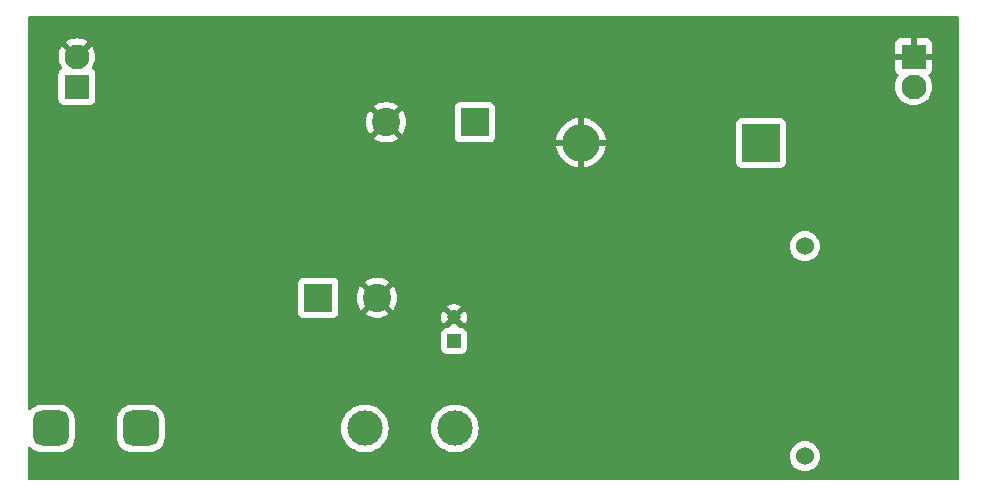
<source format=gbr>
%TF.GenerationSoftware,KiCad,Pcbnew,7.0.7*%
%TF.CreationDate,2023-09-13T14:30:02-04:00*%
%TF.ProjectId,Alim,416c696d-2e6b-4696-9361-645f70636258,rev?*%
%TF.SameCoordinates,Original*%
%TF.FileFunction,Copper,L2,Inr*%
%TF.FilePolarity,Positive*%
%FSLAX46Y46*%
G04 Gerber Fmt 4.6, Leading zero omitted, Abs format (unit mm)*
G04 Created by KiCad (PCBNEW 7.0.7) date 2023-09-13 14:30:02*
%MOMM*%
%LPD*%
G01*
G04 APERTURE LIST*
G04 Aperture macros list*
%AMRoundRect*
0 Rectangle with rounded corners*
0 $1 Rounding radius*
0 $2 $3 $4 $5 $6 $7 $8 $9 X,Y pos of 4 corners*
0 Add a 4 corners polygon primitive as box body*
4,1,4,$2,$3,$4,$5,$6,$7,$8,$9,$2,$3,0*
0 Add four circle primitives for the rounded corners*
1,1,$1+$1,$2,$3*
1,1,$1+$1,$4,$5*
1,1,$1+$1,$6,$7*
1,1,$1+$1,$8,$9*
0 Add four rect primitives between the rounded corners*
20,1,$1+$1,$2,$3,$4,$5,0*
20,1,$1+$1,$4,$5,$6,$7,0*
20,1,$1+$1,$6,$7,$8,$9,0*
20,1,$1+$1,$8,$9,$2,$3,0*%
G04 Aperture macros list end*
%TA.AperFunction,ComponentPad*%
%ADD10R,2.400000X2.400000*%
%TD*%
%TA.AperFunction,ComponentPad*%
%ADD11C,2.400000*%
%TD*%
%TA.AperFunction,ComponentPad*%
%ADD12R,1.200000X1.200000*%
%TD*%
%TA.AperFunction,ComponentPad*%
%ADD13C,1.200000*%
%TD*%
%TA.AperFunction,ComponentPad*%
%ADD14RoundRect,0.750000X-0.750000X-0.750000X0.750000X-0.750000X0.750000X0.750000X-0.750000X0.750000X0*%
%TD*%
%TA.AperFunction,ComponentPad*%
%ADD15C,3.000000*%
%TD*%
%TA.AperFunction,ComponentPad*%
%ADD16R,2.100000X2.100000*%
%TD*%
%TA.AperFunction,ComponentPad*%
%ADD17C,2.100000*%
%TD*%
%TA.AperFunction,ComponentPad*%
%ADD18R,3.200000X3.200000*%
%TD*%
%TA.AperFunction,ComponentPad*%
%ADD19O,3.200000X3.200000*%
%TD*%
%TA.AperFunction,ComponentPad*%
%ADD20C,1.524000*%
%TD*%
%TA.AperFunction,ViaPad*%
%ADD21C,0.800000*%
%TD*%
G04 APERTURE END LIST*
D10*
%TO.N,Net-(U1-VCC)*%
%TO.C,C1*%
X124230000Y-100680000D03*
D11*
%TO.N,GND*%
X129230000Y-100680000D03*
%TD*%
D12*
%TO.N,Net-(U1-timing_capacitor)*%
%TO.C,C2*%
X135740000Y-104350000D03*
D13*
%TO.N,GND*%
X135740000Y-102350000D03*
%TD*%
D14*
%TO.N,Net-(J1-Pin_1)*%
%TO.C,F1*%
X101605000Y-111740000D03*
X109225000Y-111740000D03*
D15*
%TO.N,Net-(U1-VCC)*%
X128195000Y-111740000D03*
X135815000Y-111740000D03*
%TD*%
D16*
%TO.N,GND*%
%TO.C,J2*%
X174650000Y-80270000D03*
D17*
%TO.N,Net-(J2-Pin_2)*%
X174650000Y-82810000D03*
%TD*%
D10*
%TO.N,Net-(J2-Pin_2)*%
%TO.C,C3*%
X137502755Y-85820000D03*
D11*
%TO.N,GND*%
X130002755Y-85820000D03*
%TD*%
D18*
%TO.N,Net-(D1-K)*%
%TO.C,D1*%
X161730000Y-87560000D03*
D19*
%TO.N,GND*%
X146490000Y-87560000D03*
%TD*%
D20*
%TO.N,Net-(D1-K)*%
%TO.C,L1*%
X165450000Y-114100000D03*
%TO.N,Net-(J2-Pin_2)*%
X165450000Y-96320000D03*
%TD*%
D16*
%TO.N,Net-(J1-Pin_1)*%
%TO.C,J1*%
X103810000Y-82810000D03*
D17*
%TO.N,GND*%
X103810000Y-80270000D03*
%TD*%
D21*
%TO.N,GND*%
X123511517Y-96800000D03*
X108511517Y-101800000D03*
X173511517Y-96800000D03*
X153511517Y-86800000D03*
X158511517Y-111800000D03*
X138511517Y-81800000D03*
X103511517Y-91800000D03*
X143511517Y-91800000D03*
X168511517Y-86800000D03*
X118511517Y-96800000D03*
X163511517Y-106800000D03*
X168511517Y-91800000D03*
X158511517Y-106800000D03*
X143511517Y-106800000D03*
X153511517Y-96800000D03*
X138511517Y-91800000D03*
X123511517Y-81800000D03*
X168511517Y-81800000D03*
X138511517Y-111800000D03*
X143511517Y-86800000D03*
X112390000Y-79840000D03*
X118511517Y-86800000D03*
X113511517Y-106800000D03*
X158511517Y-81800000D03*
X133511517Y-106800000D03*
X133511517Y-96800000D03*
X158511517Y-101800000D03*
X142030000Y-101460000D03*
X118511517Y-91800000D03*
X108511517Y-96800000D03*
X133511517Y-81800000D03*
X147770000Y-102740000D03*
X128511517Y-106800000D03*
X142030000Y-100190000D03*
X153511517Y-81800000D03*
X143511517Y-81800000D03*
X133511517Y-91800000D03*
X168511517Y-96800000D03*
X168511517Y-111800000D03*
X153511517Y-101800000D03*
X158511517Y-91800000D03*
X173511517Y-86800000D03*
X163511517Y-91800000D03*
X113511517Y-111800000D03*
X173511517Y-106800000D03*
X163511517Y-111800000D03*
X158511517Y-86800000D03*
X143511517Y-111800000D03*
X163511517Y-96800000D03*
X173511517Y-111800000D03*
X128511517Y-91800000D03*
X103511517Y-106800000D03*
X123511517Y-111800000D03*
X118511517Y-106800000D03*
X173511517Y-91800000D03*
X153511517Y-106800000D03*
X142030000Y-102730000D03*
X168511517Y-106800000D03*
X108511517Y-81800000D03*
X163511517Y-81800000D03*
X133511517Y-101800000D03*
X148511517Y-81800000D03*
X108511517Y-91800000D03*
X123511517Y-91800000D03*
X103511517Y-96800000D03*
X103511517Y-86800000D03*
X113511517Y-91800000D03*
X108511517Y-86800000D03*
X128511517Y-81800000D03*
X153511517Y-111800000D03*
X113511517Y-101800000D03*
X173511517Y-101800000D03*
X113511517Y-86800000D03*
X113511517Y-81800000D03*
X158511517Y-96800000D03*
X123511517Y-86800000D03*
X133511517Y-86800000D03*
X128511517Y-96800000D03*
X118511517Y-101800000D03*
X103511517Y-101800000D03*
X147770000Y-101460000D03*
X113511517Y-96800000D03*
X118511517Y-81800000D03*
X163511517Y-101800000D03*
X123511517Y-106800000D03*
X146030000Y-95560000D03*
X118511517Y-111800000D03*
X168511517Y-101800000D03*
X108511517Y-106800000D03*
%TD*%
%TA.AperFunction,Conductor*%
%TO.N,GND*%
G36*
X178432539Y-76870185D02*
G01*
X178478294Y-76922989D01*
X178489500Y-76974500D01*
X178489500Y-116025500D01*
X178469815Y-116092539D01*
X178417011Y-116138294D01*
X178365500Y-116149500D01*
X99814500Y-116149500D01*
X99747461Y-116129815D01*
X99701706Y-116077011D01*
X99690500Y-116025500D01*
X99690500Y-114100002D01*
X164174647Y-114100002D01*
X164194021Y-114321457D01*
X164194022Y-114321465D01*
X164251558Y-114536191D01*
X164251559Y-114536193D01*
X164251560Y-114536196D01*
X164298536Y-114636936D01*
X164345511Y-114737676D01*
X164345512Y-114737677D01*
X164473023Y-114919781D01*
X164630219Y-115076977D01*
X164812323Y-115204488D01*
X165013804Y-115298440D01*
X165228537Y-115355978D01*
X165386724Y-115369817D01*
X165449998Y-115375353D01*
X165450000Y-115375353D01*
X165450002Y-115375353D01*
X165505365Y-115370509D01*
X165671463Y-115355978D01*
X165886196Y-115298440D01*
X166087677Y-115204488D01*
X166269781Y-115076977D01*
X166426977Y-114919781D01*
X166554488Y-114737677D01*
X166648440Y-114536196D01*
X166705978Y-114321463D01*
X166725353Y-114100000D01*
X166705978Y-113878537D01*
X166648440Y-113663804D01*
X166554488Y-113462324D01*
X166554486Y-113462321D01*
X166554485Y-113462319D01*
X166426978Y-113280220D01*
X166358072Y-113211314D01*
X166269781Y-113123023D01*
X166087677Y-112995512D01*
X166087678Y-112995512D01*
X166087676Y-112995511D01*
X165986936Y-112948536D01*
X165886196Y-112901560D01*
X165886193Y-112901559D01*
X165886191Y-112901558D01*
X165671465Y-112844022D01*
X165671457Y-112844021D01*
X165450002Y-112824647D01*
X165449998Y-112824647D01*
X165228542Y-112844021D01*
X165228535Y-112844022D01*
X165013800Y-112901561D01*
X164812323Y-112995512D01*
X164812319Y-112995514D01*
X164630217Y-113123023D01*
X164473023Y-113280217D01*
X164345514Y-113462319D01*
X164345512Y-113462323D01*
X164251561Y-113663800D01*
X164194022Y-113878535D01*
X164194021Y-113878542D01*
X164174647Y-114099997D01*
X164174647Y-114100002D01*
X99690500Y-114100002D01*
X99690500Y-113404650D01*
X99710185Y-113337611D01*
X99762989Y-113291856D01*
X99832147Y-113281912D01*
X99895703Y-113310937D01*
X99902167Y-113316955D01*
X99989862Y-113404650D01*
X100045200Y-113459988D01*
X100231404Y-113588991D01*
X100231405Y-113588991D01*
X100231409Y-113588994D01*
X100336995Y-113636953D01*
X100437661Y-113682678D01*
X100437662Y-113682678D01*
X100437664Y-113682679D01*
X100657331Y-113738030D01*
X100772270Y-113747075D01*
X100790362Y-113748500D01*
X100790364Y-113748500D01*
X102419638Y-113748500D01*
X102436577Y-113747166D01*
X102552669Y-113738030D01*
X102772336Y-113682679D01*
X102978591Y-113588994D01*
X103164802Y-113459986D01*
X103324986Y-113299802D01*
X103453994Y-113113591D01*
X103547679Y-112907336D01*
X103603030Y-112687669D01*
X103613500Y-112554638D01*
X107216500Y-112554638D01*
X107226970Y-112687668D01*
X107282321Y-112907338D01*
X107376008Y-113113595D01*
X107505014Y-113299803D01*
X107665196Y-113459985D01*
X107851404Y-113588991D01*
X107851405Y-113588991D01*
X107851409Y-113588994D01*
X107956995Y-113636953D01*
X108057661Y-113682678D01*
X108057662Y-113682678D01*
X108057664Y-113682679D01*
X108277331Y-113738030D01*
X108392270Y-113747075D01*
X108410362Y-113748500D01*
X108410364Y-113748500D01*
X110039638Y-113748500D01*
X110056577Y-113747166D01*
X110172669Y-113738030D01*
X110392336Y-113682679D01*
X110598591Y-113588994D01*
X110784802Y-113459986D01*
X110944986Y-113299802D01*
X111073994Y-113113591D01*
X111167679Y-112907336D01*
X111223030Y-112687669D01*
X111233500Y-112554636D01*
X111233500Y-111739999D01*
X126181807Y-111739999D01*
X126200557Y-112014130D01*
X126200558Y-112014132D01*
X126256458Y-112283141D01*
X126256463Y-112283158D01*
X126348476Y-112542056D01*
X126474889Y-112786024D01*
X126474893Y-112786030D01*
X126633340Y-113010499D01*
X126633343Y-113010502D01*
X126820889Y-113211314D01*
X127034031Y-113384718D01*
X127034033Y-113384719D01*
X127034034Y-113384720D01*
X127268801Y-113527485D01*
X127410403Y-113588991D01*
X127520823Y-113636953D01*
X127785404Y-113711085D01*
X128024720Y-113743978D01*
X128057614Y-113748500D01*
X128057615Y-113748500D01*
X128332386Y-113748500D01*
X128361733Y-113744466D01*
X128604596Y-113711085D01*
X128869177Y-113636953D01*
X129121200Y-113527484D01*
X129355969Y-113384718D01*
X129569111Y-113211314D01*
X129756657Y-113010502D01*
X129915111Y-112786023D01*
X130041523Y-112542058D01*
X130133538Y-112283153D01*
X130133539Y-112283146D01*
X130133541Y-112283141D01*
X130159491Y-112158259D01*
X130189442Y-112014130D01*
X130208193Y-111740000D01*
X130208193Y-111739999D01*
X133801807Y-111739999D01*
X133820557Y-112014130D01*
X133820558Y-112014132D01*
X133876458Y-112283141D01*
X133876463Y-112283158D01*
X133968476Y-112542056D01*
X134094889Y-112786024D01*
X134094893Y-112786030D01*
X134253340Y-113010499D01*
X134253343Y-113010502D01*
X134440889Y-113211314D01*
X134654031Y-113384718D01*
X134654033Y-113384719D01*
X134654034Y-113384720D01*
X134888801Y-113527485D01*
X135030403Y-113588991D01*
X135140823Y-113636953D01*
X135405404Y-113711085D01*
X135644720Y-113743978D01*
X135677614Y-113748500D01*
X135677615Y-113748500D01*
X135952386Y-113748500D01*
X135981733Y-113744466D01*
X136224596Y-113711085D01*
X136489177Y-113636953D01*
X136741200Y-113527484D01*
X136975969Y-113384718D01*
X137189111Y-113211314D01*
X137376657Y-113010502D01*
X137535111Y-112786023D01*
X137661523Y-112542058D01*
X137753538Y-112283153D01*
X137753539Y-112283146D01*
X137753541Y-112283141D01*
X137779491Y-112158259D01*
X137809442Y-112014130D01*
X137828193Y-111740000D01*
X137809442Y-111465870D01*
X137790141Y-111372989D01*
X137753541Y-111196858D01*
X137753536Y-111196841D01*
X137661523Y-110937943D01*
X137661523Y-110937942D01*
X137535111Y-110693977D01*
X137535110Y-110693975D01*
X137535106Y-110693969D01*
X137376659Y-110469500D01*
X137280378Y-110366409D01*
X137189111Y-110268686D01*
X136975969Y-110095282D01*
X136975967Y-110095281D01*
X136975965Y-110095279D01*
X136741198Y-109952514D01*
X136489178Y-109843047D01*
X136224602Y-109768916D01*
X136224597Y-109768915D01*
X136224596Y-109768915D01*
X136028559Y-109741970D01*
X135952386Y-109731500D01*
X135952385Y-109731500D01*
X135677615Y-109731500D01*
X135677614Y-109731500D01*
X135405404Y-109768915D01*
X135405397Y-109768916D01*
X135140821Y-109843047D01*
X134888801Y-109952514D01*
X134654034Y-110095279D01*
X134440892Y-110268683D01*
X134253340Y-110469500D01*
X134094893Y-110693969D01*
X134094889Y-110693975D01*
X133968476Y-110937943D01*
X133876463Y-111196841D01*
X133876458Y-111196858D01*
X133820558Y-111465867D01*
X133820557Y-111465869D01*
X133801807Y-111739999D01*
X130208193Y-111739999D01*
X130189442Y-111465870D01*
X130170141Y-111372989D01*
X130133541Y-111196858D01*
X130133536Y-111196841D01*
X130041523Y-110937943D01*
X130041523Y-110937942D01*
X129915111Y-110693977D01*
X129915110Y-110693975D01*
X129915106Y-110693969D01*
X129756659Y-110469500D01*
X129660378Y-110366409D01*
X129569111Y-110268686D01*
X129355969Y-110095282D01*
X129355967Y-110095281D01*
X129355965Y-110095279D01*
X129121198Y-109952514D01*
X128869178Y-109843047D01*
X128604602Y-109768916D01*
X128604597Y-109768915D01*
X128604596Y-109768915D01*
X128408559Y-109741970D01*
X128332386Y-109731500D01*
X128332385Y-109731500D01*
X128057615Y-109731500D01*
X128057614Y-109731500D01*
X127785404Y-109768915D01*
X127785397Y-109768916D01*
X127520821Y-109843047D01*
X127268801Y-109952514D01*
X127034034Y-110095279D01*
X126820892Y-110268683D01*
X126633340Y-110469500D01*
X126474893Y-110693969D01*
X126474889Y-110693975D01*
X126348476Y-110937943D01*
X126256463Y-111196841D01*
X126256458Y-111196858D01*
X126200558Y-111465867D01*
X126200557Y-111465869D01*
X126181807Y-111739999D01*
X111233500Y-111739999D01*
X111233500Y-110925364D01*
X111223030Y-110792331D01*
X111167679Y-110572664D01*
X111073994Y-110366409D01*
X110944986Y-110180198D01*
X110944985Y-110180196D01*
X110784802Y-110020014D01*
X110784803Y-110020014D01*
X110598595Y-109891008D01*
X110392338Y-109797321D01*
X110245891Y-109760420D01*
X110172669Y-109741970D01*
X110128324Y-109738480D01*
X110039638Y-109731500D01*
X110039636Y-109731500D01*
X108410364Y-109731500D01*
X108410362Y-109731500D01*
X108277331Y-109741970D01*
X108057661Y-109797321D01*
X107851404Y-109891008D01*
X107665196Y-110020014D01*
X107505014Y-110180196D01*
X107376008Y-110366404D01*
X107282321Y-110572661D01*
X107226970Y-110792331D01*
X107216500Y-110925362D01*
X107216500Y-112554638D01*
X103613500Y-112554638D01*
X103613500Y-112554636D01*
X103613500Y-110925364D01*
X103603030Y-110792331D01*
X103547679Y-110572664D01*
X103453994Y-110366409D01*
X103324986Y-110180198D01*
X103324985Y-110180196D01*
X103164802Y-110020014D01*
X103164803Y-110020014D01*
X102978595Y-109891008D01*
X102772338Y-109797321D01*
X102625891Y-109760420D01*
X102552669Y-109741970D01*
X102508324Y-109738480D01*
X102419638Y-109731500D01*
X102419636Y-109731500D01*
X100790364Y-109731500D01*
X100790362Y-109731500D01*
X100657331Y-109741970D01*
X100437661Y-109797321D01*
X100231404Y-109891008D01*
X100045200Y-110020011D01*
X99902181Y-110163030D01*
X99840858Y-110196514D01*
X99771166Y-110191530D01*
X99715233Y-110149658D01*
X99690816Y-110084194D01*
X99690500Y-110075348D01*
X99690500Y-104998654D01*
X134631500Y-104998654D01*
X134638011Y-105059202D01*
X134638011Y-105059204D01*
X134689110Y-105196203D01*
X134689111Y-105196204D01*
X134776739Y-105313261D01*
X134893796Y-105400889D01*
X135030799Y-105451989D01*
X135058050Y-105454918D01*
X135091345Y-105458499D01*
X135091362Y-105458500D01*
X136388638Y-105458500D01*
X136388654Y-105458499D01*
X136415692Y-105455591D01*
X136449201Y-105451989D01*
X136586204Y-105400889D01*
X136703261Y-105313261D01*
X136790889Y-105196204D01*
X136841989Y-105059201D01*
X136845591Y-105025692D01*
X136848499Y-104998654D01*
X136848500Y-104998637D01*
X136848500Y-103701362D01*
X136848499Y-103701345D01*
X136845157Y-103670270D01*
X136841989Y-103640799D01*
X136790889Y-103503796D01*
X136703261Y-103386739D01*
X136586204Y-103299111D01*
X136586203Y-103299110D01*
X136449203Y-103248011D01*
X136388654Y-103241500D01*
X136388638Y-103241500D01*
X136329309Y-103241500D01*
X136262270Y-103221815D01*
X136241628Y-103205181D01*
X135850263Y-102813816D01*
X135816778Y-102752493D01*
X135821762Y-102682801D01*
X135863634Y-102626868D01*
X135872658Y-102620713D01*
X135945610Y-102575543D01*
X136013201Y-102486038D01*
X136013200Y-102486038D01*
X136020126Y-102476868D01*
X136023547Y-102479451D01*
X136055631Y-102444725D01*
X136123263Y-102427186D01*
X136189642Y-102448996D01*
X136206995Y-102463442D01*
X136677465Y-102933912D01*
X136679247Y-102931552D01*
X136679249Y-102931550D01*
X136770113Y-102749069D01*
X136770116Y-102749063D01*
X136825902Y-102552992D01*
X136825903Y-102552989D01*
X136844713Y-102350000D01*
X136844713Y-102349999D01*
X136825903Y-102147010D01*
X136825902Y-102147007D01*
X136770116Y-101950936D01*
X136770113Y-101950930D01*
X136679244Y-101768441D01*
X136677466Y-101766086D01*
X136677464Y-101766085D01*
X136203119Y-102240431D01*
X136141796Y-102273916D01*
X136072104Y-102268932D01*
X136016171Y-102227060D01*
X136004438Y-102208022D01*
X135983552Y-102166078D01*
X135983550Y-102166076D01*
X135900667Y-102090517D01*
X135900666Y-102090516D01*
X135894511Y-102088131D01*
X135839110Y-102045561D01*
X135815518Y-101979795D01*
X135831228Y-101911714D01*
X135851623Y-101884824D01*
X136320688Y-101415758D01*
X136320687Y-101415757D01*
X136232418Y-101361104D01*
X136232411Y-101361100D01*
X136042321Y-101287460D01*
X135841928Y-101250000D01*
X135638072Y-101250000D01*
X135437678Y-101287460D01*
X135247588Y-101361100D01*
X135247584Y-101361102D01*
X135159310Y-101415758D01*
X135629736Y-101886183D01*
X135663221Y-101947506D01*
X135658237Y-102017197D01*
X135616366Y-102073131D01*
X135607334Y-102079290D01*
X135534390Y-102124456D01*
X135459874Y-102223132D01*
X135456484Y-102220572D01*
X135424007Y-102255488D01*
X135356315Y-102272798D01*
X135290011Y-102250763D01*
X135273004Y-102236556D01*
X134802533Y-101766085D01*
X134800754Y-101768443D01*
X134709886Y-101950930D01*
X134709883Y-101950936D01*
X134654097Y-102147007D01*
X134654096Y-102147010D01*
X134635287Y-102349999D01*
X134635287Y-102350000D01*
X134654096Y-102552989D01*
X134654097Y-102552992D01*
X134709883Y-102749063D01*
X134709886Y-102749069D01*
X134800754Y-102931556D01*
X134800755Y-102931557D01*
X134802533Y-102933912D01*
X135276880Y-102459567D01*
X135338203Y-102426082D01*
X135407895Y-102431066D01*
X135463828Y-102472938D01*
X135475561Y-102491976D01*
X135496447Y-102533921D01*
X135496448Y-102533922D01*
X135579334Y-102609484D01*
X135585488Y-102611868D01*
X135640890Y-102654441D01*
X135664481Y-102720207D01*
X135648770Y-102788288D01*
X135628376Y-102815176D01*
X135238372Y-103205181D01*
X135177049Y-103238666D01*
X135150691Y-103241500D01*
X135091345Y-103241500D01*
X135030797Y-103248011D01*
X135030795Y-103248011D01*
X134893795Y-103299111D01*
X134776739Y-103386739D01*
X134689111Y-103503795D01*
X134638011Y-103640795D01*
X134638011Y-103640797D01*
X134631500Y-103701345D01*
X134631500Y-104998654D01*
X99690500Y-104998654D01*
X99690500Y-101928654D01*
X122521500Y-101928654D01*
X122528011Y-101989202D01*
X122528011Y-101989204D01*
X122564911Y-102088133D01*
X122579111Y-102126204D01*
X122666739Y-102243261D01*
X122783796Y-102330889D01*
X122898949Y-102373839D01*
X122915463Y-102379999D01*
X122920799Y-102381989D01*
X122948050Y-102384918D01*
X122981345Y-102388499D01*
X122981362Y-102388500D01*
X125478638Y-102388500D01*
X125478654Y-102388499D01*
X125505692Y-102385591D01*
X125539201Y-102381989D01*
X125544537Y-102379999D01*
X125553768Y-102376555D01*
X125676204Y-102330889D01*
X125793261Y-102243261D01*
X125880889Y-102126204D01*
X125931989Y-101989201D01*
X125936103Y-101950936D01*
X125938499Y-101928654D01*
X125938499Y-101928647D01*
X125938500Y-101928638D01*
X125938500Y-100680004D01*
X127525233Y-100680004D01*
X127544273Y-100934079D01*
X127600968Y-101182477D01*
X127600973Y-101182494D01*
X127694058Y-101419671D01*
X127694057Y-101419671D01*
X127821457Y-101640332D01*
X127863452Y-101692993D01*
X128548590Y-101007855D01*
X128609913Y-100974370D01*
X128679604Y-100979354D01*
X128734645Y-101020049D01*
X128802074Y-101107924D01*
X128802075Y-101107925D01*
X128889948Y-101175353D01*
X128931150Y-101231781D01*
X128935305Y-101301527D01*
X128902142Y-101361409D01*
X128216813Y-102046737D01*
X128377623Y-102156375D01*
X128377624Y-102156376D01*
X128607176Y-102266921D01*
X128607174Y-102266921D01*
X128850652Y-102342024D01*
X128850658Y-102342026D01*
X129102595Y-102379999D01*
X129102604Y-102380000D01*
X129357396Y-102380000D01*
X129357404Y-102379999D01*
X129609341Y-102342026D01*
X129609347Y-102342024D01*
X129852824Y-102266921D01*
X130082381Y-102156373D01*
X130243185Y-102046737D01*
X129557856Y-101361409D01*
X129524371Y-101300086D01*
X129529355Y-101230395D01*
X129570049Y-101175353D01*
X129657925Y-101107925D01*
X129725354Y-101020048D01*
X129781779Y-100978848D01*
X129851525Y-100974693D01*
X129911409Y-101007856D01*
X130596545Y-101692993D01*
X130638545Y-101640327D01*
X130765941Y-101419671D01*
X130859026Y-101182494D01*
X130859031Y-101182477D01*
X130915726Y-100934079D01*
X130934767Y-100680004D01*
X130934767Y-100679995D01*
X130915726Y-100425920D01*
X130859031Y-100177522D01*
X130859026Y-100177505D01*
X130765941Y-99940328D01*
X130765942Y-99940328D01*
X130638544Y-99719671D01*
X130596545Y-99667005D01*
X129911409Y-100352142D01*
X129850086Y-100385627D01*
X129780394Y-100380643D01*
X129725353Y-100339948D01*
X129657925Y-100252075D01*
X129657924Y-100252074D01*
X129570049Y-100184645D01*
X129528847Y-100128219D01*
X129524692Y-100058473D01*
X129557855Y-99998590D01*
X130243185Y-99313261D01*
X130082377Y-99203624D01*
X130082376Y-99203623D01*
X129852823Y-99093078D01*
X129852825Y-99093078D01*
X129609347Y-99017975D01*
X129609341Y-99017973D01*
X129357404Y-98980000D01*
X129102595Y-98980000D01*
X128850658Y-99017973D01*
X128850652Y-99017975D01*
X128607175Y-99093078D01*
X128377624Y-99203623D01*
X128377616Y-99203628D01*
X128216813Y-99313261D01*
X128902143Y-99998590D01*
X128935628Y-100059913D01*
X128930644Y-100129604D01*
X128889949Y-100184646D01*
X128802075Y-100252074D01*
X128802074Y-100252075D01*
X128734646Y-100339949D01*
X128678218Y-100381151D01*
X128608472Y-100385306D01*
X128548590Y-100352143D01*
X127863453Y-99667006D01*
X127821455Y-99719670D01*
X127694058Y-99940328D01*
X127600973Y-100177505D01*
X127600968Y-100177522D01*
X127544273Y-100425920D01*
X127525233Y-100679995D01*
X127525233Y-100680004D01*
X125938500Y-100680004D01*
X125938500Y-99431362D01*
X125938499Y-99431352D01*
X125938499Y-99431345D01*
X125935157Y-99400270D01*
X125931989Y-99370799D01*
X125880889Y-99233796D01*
X125793261Y-99116739D01*
X125676204Y-99029111D01*
X125646348Y-99017975D01*
X125539203Y-98978011D01*
X125478654Y-98971500D01*
X125478638Y-98971500D01*
X122981362Y-98971500D01*
X122981345Y-98971500D01*
X122920797Y-98978011D01*
X122920795Y-98978011D01*
X122783795Y-99029111D01*
X122666739Y-99116739D01*
X122579111Y-99233795D01*
X122528011Y-99370795D01*
X122528011Y-99370797D01*
X122521500Y-99431345D01*
X122521500Y-101928654D01*
X99690500Y-101928654D01*
X99690500Y-96320002D01*
X164174647Y-96320002D01*
X164194021Y-96541457D01*
X164194022Y-96541465D01*
X164251558Y-96756191D01*
X164251559Y-96756193D01*
X164251560Y-96756196D01*
X164298536Y-96856936D01*
X164345511Y-96957676D01*
X164345512Y-96957677D01*
X164473023Y-97139781D01*
X164630219Y-97296977D01*
X164812323Y-97424488D01*
X165013804Y-97518440D01*
X165228537Y-97575978D01*
X165386724Y-97589817D01*
X165449998Y-97595353D01*
X165450000Y-97595353D01*
X165450002Y-97595353D01*
X165505365Y-97590509D01*
X165671463Y-97575978D01*
X165886196Y-97518440D01*
X166087677Y-97424488D01*
X166269781Y-97296977D01*
X166426977Y-97139781D01*
X166554488Y-96957677D01*
X166648440Y-96756196D01*
X166705978Y-96541463D01*
X166725353Y-96320000D01*
X166705978Y-96098537D01*
X166648440Y-95883804D01*
X166554488Y-95682324D01*
X166554486Y-95682321D01*
X166554485Y-95682319D01*
X166426978Y-95500220D01*
X166426975Y-95500217D01*
X166269781Y-95343023D01*
X166087677Y-95215512D01*
X166087678Y-95215512D01*
X166087676Y-95215511D01*
X165986936Y-95168536D01*
X165886196Y-95121560D01*
X165886193Y-95121559D01*
X165886191Y-95121558D01*
X165671465Y-95064022D01*
X165671457Y-95064021D01*
X165450002Y-95044647D01*
X165449998Y-95044647D01*
X165228542Y-95064021D01*
X165228535Y-95064022D01*
X165013800Y-95121561D01*
X164812323Y-95215512D01*
X164812319Y-95215514D01*
X164630217Y-95343023D01*
X164473023Y-95500217D01*
X164345514Y-95682319D01*
X164345512Y-95682323D01*
X164251561Y-95883800D01*
X164194022Y-96098535D01*
X164194021Y-96098542D01*
X164174647Y-96319997D01*
X164174647Y-96320002D01*
X99690500Y-96320002D01*
X99690500Y-85820004D01*
X128297988Y-85820004D01*
X128317028Y-86074079D01*
X128373723Y-86322477D01*
X128373728Y-86322494D01*
X128466813Y-86559671D01*
X128466812Y-86559671D01*
X128594212Y-86780332D01*
X128636207Y-86832993D01*
X129321345Y-86147855D01*
X129382668Y-86114370D01*
X129452359Y-86119354D01*
X129507400Y-86160049D01*
X129562314Y-86231614D01*
X129574830Y-86247925D01*
X129662703Y-86315353D01*
X129703905Y-86371781D01*
X129708060Y-86441527D01*
X129674897Y-86501409D01*
X128989568Y-87186737D01*
X129150378Y-87296375D01*
X129150379Y-87296376D01*
X129379931Y-87406921D01*
X129379929Y-87406921D01*
X129623407Y-87482024D01*
X129623413Y-87482026D01*
X129875350Y-87519999D01*
X129875359Y-87520000D01*
X130130151Y-87520000D01*
X130130159Y-87519999D01*
X130382096Y-87482026D01*
X130382102Y-87482024D01*
X130625579Y-87406921D01*
X130855136Y-87296373D01*
X131015940Y-87186737D01*
X130897857Y-87068654D01*
X135794255Y-87068654D01*
X135800766Y-87129202D01*
X135800766Y-87129204D01*
X135851865Y-87266203D01*
X135851866Y-87266204D01*
X135939494Y-87383261D01*
X136056551Y-87470889D01*
X136171704Y-87513839D01*
X136188218Y-87519999D01*
X136193554Y-87521989D01*
X136220805Y-87524918D01*
X136254100Y-87528499D01*
X136254117Y-87528500D01*
X138751393Y-87528500D01*
X138751409Y-87528499D01*
X138778447Y-87525591D01*
X138811956Y-87521989D01*
X138817292Y-87519999D01*
X138826523Y-87516555D01*
X138948959Y-87470889D01*
X139066016Y-87383261D01*
X139120859Y-87309999D01*
X144402192Y-87309999D01*
X144402193Y-87310000D01*
X145574350Y-87310000D01*
X145641389Y-87329685D01*
X145687144Y-87382489D01*
X145697570Y-87447883D01*
X145684938Y-87559996D01*
X145684938Y-87560003D01*
X145697570Y-87672117D01*
X145685516Y-87740938D01*
X145638166Y-87792318D01*
X145574350Y-87810000D01*
X144402193Y-87810000D01*
X144404697Y-87846619D01*
X144463146Y-88127888D01*
X144463150Y-88127902D01*
X144559355Y-88398595D01*
X144691527Y-88653676D01*
X144857204Y-88888385D01*
X144857204Y-88888386D01*
X145053288Y-89098341D01*
X145276135Y-89279641D01*
X145276146Y-89279648D01*
X145521607Y-89428917D01*
X145785108Y-89543371D01*
X146061737Y-89620879D01*
X146061746Y-89620881D01*
X146239999Y-89645380D01*
X146240000Y-89645380D01*
X146240000Y-88475649D01*
X146259685Y-88408610D01*
X146312489Y-88362855D01*
X146377883Y-88352429D01*
X146415485Y-88356666D01*
X146445071Y-88360000D01*
X146445074Y-88360000D01*
X146534929Y-88360000D01*
X146564514Y-88356666D01*
X146602116Y-88352429D01*
X146670937Y-88364483D01*
X146722317Y-88411831D01*
X146740000Y-88475649D01*
X146740000Y-89645380D01*
X146918253Y-89620881D01*
X146918262Y-89620879D01*
X147194891Y-89543371D01*
X147458392Y-89428917D01*
X147703853Y-89279648D01*
X147703864Y-89279641D01*
X147791118Y-89208654D01*
X159621500Y-89208654D01*
X159628011Y-89269202D01*
X159628011Y-89269204D01*
X159679110Y-89406204D01*
X159679111Y-89406204D01*
X159766739Y-89523261D01*
X159883796Y-89610889D01*
X160020799Y-89661989D01*
X160048050Y-89664918D01*
X160081345Y-89668499D01*
X160081362Y-89668500D01*
X163378638Y-89668500D01*
X163378654Y-89668499D01*
X163405692Y-89665591D01*
X163439201Y-89661989D01*
X163576204Y-89610889D01*
X163693261Y-89523261D01*
X163780889Y-89406204D01*
X163831989Y-89269201D01*
X163835591Y-89235692D01*
X163838499Y-89208654D01*
X163838500Y-89208637D01*
X163838500Y-85911362D01*
X163838499Y-85911345D01*
X163835157Y-85880270D01*
X163831989Y-85850799D01*
X163820501Y-85820000D01*
X163809522Y-85790564D01*
X163780889Y-85713796D01*
X163693261Y-85596739D01*
X163576204Y-85509111D01*
X163576204Y-85509110D01*
X163439203Y-85458011D01*
X163378654Y-85451500D01*
X163378638Y-85451500D01*
X160081362Y-85451500D01*
X160081345Y-85451500D01*
X160020797Y-85458011D01*
X160020795Y-85458011D01*
X159883795Y-85509111D01*
X159766739Y-85596739D01*
X159679111Y-85713795D01*
X159628011Y-85850795D01*
X159628011Y-85850797D01*
X159621500Y-85911345D01*
X159621500Y-89208654D01*
X147791118Y-89208654D01*
X147926711Y-89098341D01*
X148122795Y-88888386D01*
X148122795Y-88888385D01*
X148288472Y-88653676D01*
X148420644Y-88398595D01*
X148516849Y-88127902D01*
X148516853Y-88127888D01*
X148575302Y-87846619D01*
X148577807Y-87810000D01*
X147405650Y-87810000D01*
X147338611Y-87790315D01*
X147292856Y-87737511D01*
X147282430Y-87672117D01*
X147295062Y-87560003D01*
X147295062Y-87559996D01*
X147282430Y-87447883D01*
X147294484Y-87379062D01*
X147341834Y-87327682D01*
X147405650Y-87310000D01*
X148577807Y-87310000D01*
X148577807Y-87309999D01*
X148575302Y-87273380D01*
X148516853Y-86992111D01*
X148516849Y-86992097D01*
X148420644Y-86721404D01*
X148288472Y-86466323D01*
X148122795Y-86231614D01*
X148122795Y-86231613D01*
X147926711Y-86021658D01*
X147703864Y-85840358D01*
X147703853Y-85840351D01*
X147458392Y-85691082D01*
X147194891Y-85576628D01*
X146918262Y-85499120D01*
X146918255Y-85499119D01*
X146740000Y-85474618D01*
X146740000Y-86644350D01*
X146720315Y-86711389D01*
X146667511Y-86757144D01*
X146602116Y-86767570D01*
X146534930Y-86760000D01*
X146534926Y-86760000D01*
X146445074Y-86760000D01*
X146445070Y-86760000D01*
X146377884Y-86767570D01*
X146309062Y-86755516D01*
X146257682Y-86708167D01*
X146240000Y-86644350D01*
X146240000Y-85474618D01*
X146061744Y-85499119D01*
X146061737Y-85499120D01*
X145785108Y-85576628D01*
X145521607Y-85691082D01*
X145276146Y-85840351D01*
X145276135Y-85840358D01*
X145053288Y-86021658D01*
X144857204Y-86231613D01*
X144857204Y-86231614D01*
X144691527Y-86466323D01*
X144559355Y-86721404D01*
X144463150Y-86992097D01*
X144463146Y-86992111D01*
X144404697Y-87273380D01*
X144402192Y-87309999D01*
X139120859Y-87309999D01*
X139153644Y-87266204D01*
X139204744Y-87129201D01*
X139208346Y-87095692D01*
X139211254Y-87068654D01*
X139211255Y-87068637D01*
X139211255Y-84571362D01*
X139211254Y-84571345D01*
X139207912Y-84540270D01*
X139204744Y-84510799D01*
X139153644Y-84373796D01*
X139066016Y-84256739D01*
X138948959Y-84169111D01*
X138919103Y-84157975D01*
X138811958Y-84118011D01*
X138751409Y-84111500D01*
X138751393Y-84111500D01*
X136254117Y-84111500D01*
X136254100Y-84111500D01*
X136193552Y-84118011D01*
X136193550Y-84118011D01*
X136056550Y-84169111D01*
X135939494Y-84256739D01*
X135851866Y-84373795D01*
X135800766Y-84510795D01*
X135800766Y-84510797D01*
X135794255Y-84571345D01*
X135794255Y-87068654D01*
X130897857Y-87068654D01*
X130330611Y-86501409D01*
X130297126Y-86440086D01*
X130302110Y-86370395D01*
X130342804Y-86315353D01*
X130430680Y-86247925D01*
X130498109Y-86160048D01*
X130554534Y-86118848D01*
X130624280Y-86114693D01*
X130684164Y-86147856D01*
X131369300Y-86832993D01*
X131411300Y-86780327D01*
X131538696Y-86559671D01*
X131631781Y-86322494D01*
X131631786Y-86322477D01*
X131688481Y-86074079D01*
X131707522Y-85820004D01*
X131707522Y-85819995D01*
X131688481Y-85565920D01*
X131631786Y-85317522D01*
X131631781Y-85317505D01*
X131538696Y-85080328D01*
X131538697Y-85080328D01*
X131411299Y-84859671D01*
X131369300Y-84807005D01*
X130684164Y-85492142D01*
X130622841Y-85525627D01*
X130553149Y-85520643D01*
X130498108Y-85479948D01*
X130430680Y-85392075D01*
X130430680Y-85392074D01*
X130342804Y-85324645D01*
X130301602Y-85268219D01*
X130297447Y-85198473D01*
X130330610Y-85138590D01*
X131015940Y-84453261D01*
X130855132Y-84343624D01*
X130855131Y-84343623D01*
X130625578Y-84233078D01*
X130625580Y-84233078D01*
X130382102Y-84157975D01*
X130382096Y-84157973D01*
X130130159Y-84120000D01*
X129875350Y-84120000D01*
X129623413Y-84157973D01*
X129623407Y-84157975D01*
X129379930Y-84233078D01*
X129150379Y-84343623D01*
X129150371Y-84343628D01*
X128989568Y-84453261D01*
X129674898Y-85138590D01*
X129708383Y-85199913D01*
X129703399Y-85269604D01*
X129662704Y-85324646D01*
X129574830Y-85392074D01*
X129574829Y-85392075D01*
X129507401Y-85479949D01*
X129450973Y-85521151D01*
X129381227Y-85525306D01*
X129321345Y-85492143D01*
X128636208Y-84807006D01*
X128594210Y-84859670D01*
X128466813Y-85080328D01*
X128373728Y-85317505D01*
X128373723Y-85317522D01*
X128317028Y-85565920D01*
X128297988Y-85819995D01*
X128297988Y-85820004D01*
X99690500Y-85820004D01*
X99690500Y-83908654D01*
X102251500Y-83908654D01*
X102258011Y-83969202D01*
X102258011Y-83969204D01*
X102297380Y-84074752D01*
X102309111Y-84106204D01*
X102396739Y-84223261D01*
X102513796Y-84310889D01*
X102650799Y-84361989D01*
X102678050Y-84364918D01*
X102711345Y-84368499D01*
X102711362Y-84368500D01*
X104908638Y-84368500D01*
X104908654Y-84368499D01*
X104935692Y-84365591D01*
X104969201Y-84361989D01*
X105106204Y-84310889D01*
X105223261Y-84223261D01*
X105310889Y-84106204D01*
X105361989Y-83969201D01*
X105365591Y-83935692D01*
X105368499Y-83908654D01*
X105368499Y-83908647D01*
X105368500Y-83908638D01*
X105368500Y-82810000D01*
X173086681Y-82810000D01*
X173105927Y-83054554D01*
X173163193Y-83293087D01*
X173257071Y-83519730D01*
X173385246Y-83728893D01*
X173385248Y-83728896D01*
X173544567Y-83915433D01*
X173731104Y-84074752D01*
X173731106Y-84074753D01*
X173940269Y-84202928D01*
X173989358Y-84223261D01*
X174166908Y-84296805D01*
X174405443Y-84354072D01*
X174650000Y-84373319D01*
X174894557Y-84354072D01*
X175133092Y-84296805D01*
X175359732Y-84202927D01*
X175568896Y-84074752D01*
X175755433Y-83915433D01*
X175914752Y-83728896D01*
X176042927Y-83519732D01*
X176136805Y-83293092D01*
X176194072Y-83054557D01*
X176213319Y-82810000D01*
X176194072Y-82565443D01*
X176136805Y-82326908D01*
X176087181Y-82207108D01*
X176042928Y-82100269D01*
X175928720Y-81913897D01*
X175910476Y-81846452D01*
X175931593Y-81779849D01*
X175960137Y-81749841D01*
X176057191Y-81677186D01*
X176143350Y-81562093D01*
X176143354Y-81562086D01*
X176193596Y-81427379D01*
X176193598Y-81427372D01*
X176199999Y-81367844D01*
X176200000Y-81367827D01*
X176200000Y-80520000D01*
X175316956Y-80520000D01*
X175249917Y-80500315D01*
X175204162Y-80447511D01*
X175193245Y-80387537D01*
X175194392Y-80370772D01*
X175203877Y-80232114D01*
X175190809Y-80169227D01*
X175196443Y-80099586D01*
X175238834Y-80044045D01*
X175304523Y-80020239D01*
X175312216Y-80020000D01*
X176200000Y-80020000D01*
X176200000Y-79172172D01*
X176199999Y-79172155D01*
X176193598Y-79112627D01*
X176193596Y-79112620D01*
X176143354Y-78977913D01*
X176143350Y-78977906D01*
X176057190Y-78862812D01*
X176057187Y-78862809D01*
X175942093Y-78776649D01*
X175942086Y-78776645D01*
X175807379Y-78726403D01*
X175807372Y-78726401D01*
X175747844Y-78720000D01*
X174900000Y-78720000D01*
X174900000Y-79605347D01*
X174880315Y-79672386D01*
X174827511Y-79718141D01*
X174758353Y-79728085D01*
X174742547Y-79724749D01*
X174725598Y-79720000D01*
X174725596Y-79720000D01*
X174612378Y-79720000D01*
X174612376Y-79720000D01*
X174540884Y-79729826D01*
X174471789Y-79719453D01*
X174419270Y-79673371D01*
X174400000Y-79606981D01*
X174400000Y-78720000D01*
X173552155Y-78720000D01*
X173492627Y-78726401D01*
X173492620Y-78726403D01*
X173357913Y-78776645D01*
X173357906Y-78776649D01*
X173242812Y-78862809D01*
X173242809Y-78862812D01*
X173156649Y-78977906D01*
X173156645Y-78977913D01*
X173106403Y-79112620D01*
X173106401Y-79112627D01*
X173100000Y-79172155D01*
X173100000Y-80020000D01*
X173983044Y-80020000D01*
X174050083Y-80039685D01*
X174095838Y-80092489D01*
X174106755Y-80152463D01*
X174106441Y-80157045D01*
X174106441Y-80157047D01*
X174096123Y-80307886D01*
X174109191Y-80370772D01*
X174103557Y-80440414D01*
X174061166Y-80495955D01*
X173995477Y-80519761D01*
X173987784Y-80520000D01*
X173100000Y-80520000D01*
X173100000Y-81367844D01*
X173106401Y-81427372D01*
X173106403Y-81427379D01*
X173156645Y-81562086D01*
X173156649Y-81562093D01*
X173242809Y-81677186D01*
X173339862Y-81749841D01*
X173381733Y-81805775D01*
X173386717Y-81875467D01*
X173371279Y-81913897D01*
X173257072Y-82100269D01*
X173163193Y-82326912D01*
X173105927Y-82565445D01*
X173086681Y-82810000D01*
X105368500Y-82810000D01*
X105368500Y-81711362D01*
X105368499Y-81711352D01*
X105368499Y-81711345D01*
X105364826Y-81677186D01*
X105361989Y-81650799D01*
X105310889Y-81513796D01*
X105223261Y-81396739D01*
X105117762Y-81317763D01*
X105075892Y-81261830D01*
X105070908Y-81192138D01*
X105086347Y-81153707D01*
X105195331Y-80975861D01*
X105288696Y-80750457D01*
X105345651Y-80513219D01*
X105364792Y-80269999D01*
X105345651Y-80026780D01*
X105288696Y-79789542D01*
X105195331Y-79564138D01*
X105071494Y-79362056D01*
X104458517Y-79975034D01*
X104397194Y-80008519D01*
X104327502Y-80003535D01*
X104271569Y-79961663D01*
X104268486Y-79956750D01*
X104268451Y-79956775D01*
X104263558Y-79949843D01*
X104208661Y-79891064D01*
X104160362Y-79839348D01*
X104125300Y-79818026D01*
X104078248Y-79766374D01*
X104066591Y-79697484D01*
X104094029Y-79633227D01*
X104102048Y-79624397D01*
X104717942Y-79008504D01*
X104515861Y-78884668D01*
X104290457Y-78791303D01*
X104053219Y-78734348D01*
X104053220Y-78734348D01*
X103810000Y-78715207D01*
X103566780Y-78734348D01*
X103329542Y-78791303D01*
X103104146Y-78884665D01*
X103104141Y-78884668D01*
X102902056Y-79008504D01*
X103516833Y-79623280D01*
X103550318Y-79684603D01*
X103545334Y-79754294D01*
X103507408Y-79807148D01*
X103404262Y-79891064D01*
X103404258Y-79891069D01*
X103353947Y-79962343D01*
X103299204Y-80005760D01*
X103229679Y-80012689D01*
X103167444Y-79980930D01*
X103164962Y-79978515D01*
X102548504Y-79362056D01*
X102424668Y-79564141D01*
X102424665Y-79564146D01*
X102331303Y-79789542D01*
X102274348Y-80026780D01*
X102255207Y-80269999D01*
X102274348Y-80513219D01*
X102331303Y-80750457D01*
X102424666Y-80975856D01*
X102533653Y-81153707D01*
X102551897Y-81221153D01*
X102530780Y-81287756D01*
X102502236Y-81317763D01*
X102396741Y-81396737D01*
X102396740Y-81396738D01*
X102396739Y-81396739D01*
X102373802Y-81427379D01*
X102309111Y-81513795D01*
X102258011Y-81650795D01*
X102258011Y-81650797D01*
X102251500Y-81711345D01*
X102251500Y-83908654D01*
X99690500Y-83908654D01*
X99690500Y-76974500D01*
X99710185Y-76907461D01*
X99762989Y-76861706D01*
X99814500Y-76850500D01*
X178365500Y-76850500D01*
X178432539Y-76870185D01*
G37*
%TD.AperFunction*%
%TD*%
M02*

</source>
